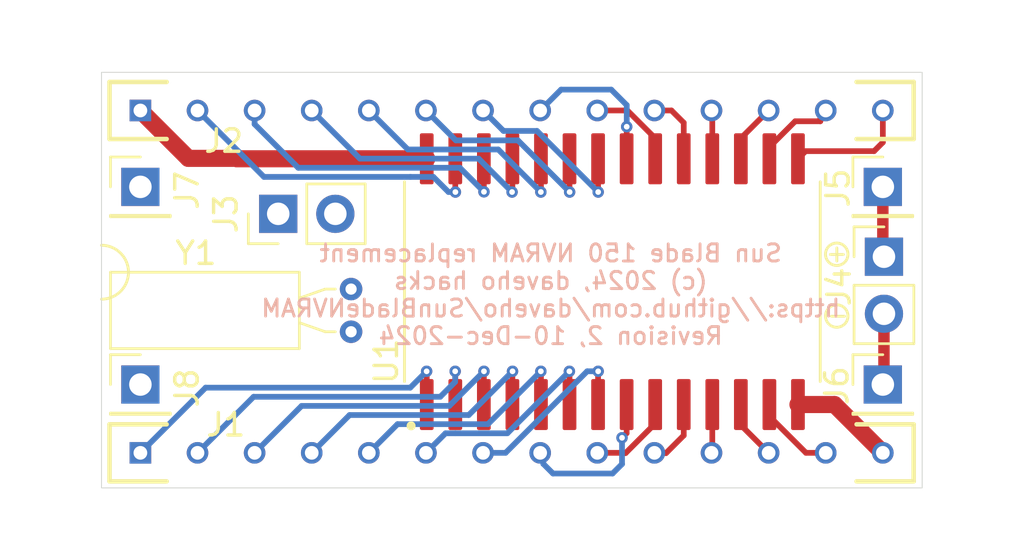
<source format=kicad_pcb>
(kicad_pcb (version 20240108) (generator "pcbnew") (generator_version "8.0")
  (title_block (rev "1"))
  (layers (0 "F.Cu" signal "Front") (31 "B.Cu" signal "Back") (34 "B.Paste" user) (35 "F.Paste" user) (36 "B.SilkS" user "B.Silkscreen") (37 "F.SilkS" user "F.Silkscreen") (38 "B.Mask" user) (39 "F.Mask" user) (44 "Edge.Cuts" user))
  (net 0 "")
  (net 1 "Net-(J1-Pin_10)")
  (net 2 "Net-(J1-Pin_9)")
  (net 3 "Net-(J1-Pin_11)")
  (net 4 "Net-(J1-Pin_14)")
  (net 5 "Net-(J1-Pin_13)")
  (net 6 "Net-(J1-Pin_12)")
  (net 7 "Net-(J1-Pin_8)")
  (net 8 "Net-(J2-Pin_4)")
  (net 9 "Net-(J2-Pin_10)")
  (net 10 "Net-(J2-Pin_11)")
  (net 11 "Net-(J2-Pin_12)")
  (net 12 "Net-(J2-Pin_5)")
  (net 13 "Net-(J2-Pin_9)")
  (net 14 "Net-(J2-Pin_14)")
  (net 15 "Net-(J2-Pin_13)")
  (net 16 "Net-(J2-Pin_8)")
  (net 17 "Net-(J3-Pin_1)")
  (net 18 "Net-(J3-Pin_2)")
  (net 19 "Net-(J4-Pin_2)")
  (net 20 "Net-(J4-Pin_1)")
  (net 23 "Net-(J1-Pin_6)")
  (net 24 "Net-(J2-Pin_7)")
  (net 25 "Net-(J1-Pin_5)")
  (net 26 "Net-(J2-Pin_3)")
  (net 27 "Net-(J2-Pin_6)")
  (net 28 "Net-(J2-Pin_1)")
  (net 29 "Net-(J1-Pin_2)")
  (net 30 "Net-(J1-Pin_4)")
  (net 31 "Net-(J1-Pin_1)")
  (net 32 "Net-(J1-Pin_7)")
  (net 33 "Net-(J1-Pin_3)")
  (net 34 "Net-(J2-Pin_2)")
  (footprint "Crystal:Crystal_C38-LF_D3.0mm_L8.0mm_Horizontal" (layer "F.Cu") (at 94.35 79.45 -90)
    (property "Reference" "Y1" (at -1.6 6.9 0) (layer "F.SilkS"))
    (property "Value" "32.768 kHz")
    (fp_line (start -0.75 10.7) (end 2.65 10.7) (stroke (width 0.12)) (layer "F.SilkS"))
    (fp_line (start 2.65 10.7) (end 2.65 2.3) (stroke (width 0.12)) (layer "F.SilkS"))
    (fp_line (start -0.75 2.3) (end -0.75 10.7) (stroke (width 0.12)) (layer "F.SilkS"))
    (fp_line (start 0.405 2.3) (end 0 1.15) (stroke (width 0.12)) (layer "F.SilkS"))
    (fp_line (start 1.495 2.3) (end 1.9 1.15) (stroke (width 0.12)) (layer "F.SilkS"))
    (fp_line (start 2.65 2.3) (end -0.75 2.3) (stroke (width 0.12)) (layer "F.SilkS"))
    (fp_line (start 0 1.15) (end 0 0.7) (stroke (width 0.12)) (layer "F.SilkS"))
    (fp_line (start 1.9 1.15) (end 1.9 0.7) (stroke (width 0.12)) (layer "F.SilkS"))
    (pad "1" thru_hole circle (at 0 0 270) (size 1 1) (drill 0.5) (layers "*.Cu" "*.Mask") (net 17 "Net-(J3-Pin_1)"))
    (pad "2" thru_hole circle (at 1.9 0 270) (size 1 1) (drill 0.5) (layers "*.Cu" "*.Mask") (net 18 "Net-(J3-Pin_2)"))
  )
  (footprint "Connector_PinHeader_2.54mm:PinHeader_1x01_P2.54mm_Vertical" (layer "F.Cu") (at 118 74.9)
    (property "Reference" "J5" (at -2 0.05 90) (layer "F.SilkS"))
    (property "Value" "Conn_01x01_Pin")
    (fp_line (start -1.33 -1.33) (end 0 -1.33) (stroke (width 0.12)) (layer "F.SilkS"))
    (fp_line (start -1.33 0) (end -1.33 -1.33) (stroke (width 0.12)) (layer "F.SilkS"))
    (fp_line (start -1.33 1.27) (end -1.33 1.33) (stroke (width 0.12)) (layer "F.SilkS"))
    (fp_line (start -1.33 1.27) (end 1.33 1.27) (stroke (width 0.12)) (layer "F.SilkS"))
    (fp_line (start -1.33 1.33) (end 1.33 1.33) (stroke (width 0.12)) (layer "F.SilkS"))
    (fp_line (start 1.33 1.27) (end 1.33 1.33) (stroke (width 0.12)) (layer "F.SilkS"))
    (pad "1" thru_hole rect (at 0 0) (size 1.7 1.7) (drill 1) (layers "*.Cu" "*.Mask") (net 20 "Net-(J4-Pin_1)"))
  )
  (footprint "Connector_PinHeader_2.54mm:PinHeader_1x01_P2.54mm_Vertical" (layer "F.Cu") (at 84.98 83.7)
    (property "Reference" "J8" (at 2.07 0.15 90) (layer "F.SilkS"))
    (property "Value" "Conn_01x01_Pin")
    (fp_line (start -1.33 -1.33) (end 0 -1.33) (stroke (width 0.12)) (layer "F.SilkS"))
    (fp_line (start -1.33 0) (end -1.33 -1.33) (stroke (width 0.12)) (layer "F.SilkS"))
    (fp_line (start -1.33 1.27) (end -1.33 1.33) (stroke (width 0.12)) (layer "F.SilkS"))
    (fp_line (start -1.33 1.27) (end 1.33 1.27) (stroke (width 0.12)) (layer "F.SilkS"))
    (fp_line (start -1.33 1.33) (end 1.33 1.33) (stroke (width 0.12)) (layer "F.SilkS"))
    (fp_line (start 1.33 1.27) (end 1.33 1.33) (stroke (width 0.12)) (layer "F.SilkS"))
    (pad "1" thru_hole rect (at 0 0) (size 1.7 1.7) (drill 1) (layers "*.Cu" "*.Mask"))
  )
  (footprint "Connector_PinHeader_2.54mm:PinHeader_1x02_P2.54mm_Vertical" (layer "F.Cu") (at 118.05 78.01)
    (property "Reference" "J4" (at -2 1.34 90) (layer "F.SilkS"))
    (property "Value" "Conn_01x02_Pin")
    (fp_line (start -1.33 -1.33) (end 0 -1.33) (stroke (width 0.12)) (layer "F.SilkS"))
    (fp_line (start -1.33 0) (end -1.33 -1.33) (stroke (width 0.12)) (layer "F.SilkS"))
    (fp_line (start -1.33 1.27) (end -1.33 3.87) (stroke (width 0.12)) (layer "F.SilkS"))
    (fp_line (start -1.33 1.27) (end 1.33 1.27) (stroke (width 0.12)) (layer "F.SilkS"))
    (fp_line (start -1.33 3.87) (end 1.33 3.87) (stroke (width 0.12)) (layer "F.SilkS"))
    (fp_line (start 1.33 1.27) (end 1.33 3.87) (stroke (width 0.12)) (layer "F.SilkS"))
    (pad "1" thru_hole rect (at 0 0) (size 1.7 1.7) (drill 1) (layers "*.Cu" "*.Mask") (net 20 "Net-(J4-Pin_1)"))
    (pad "2" thru_hole oval (at 0 2.54) (size 1.7 1.7) (drill 1) (layers "*.Cu" "*.Mask") (net 19 "Net-(J4-Pin_2)"))
  )
  (footprint "Connector_PinHeader_2.54mm:PinHeader_1x01_P2.54mm_Vertical" (layer "F.Cu") (at 84.98 74.9)
    (property "Reference" "J7" (at 2.07 0.15 90) (layer "F.SilkS"))
    (property "Value" "Conn_01x01_Pin")
    (fp_line (start -1.33 -1.33) (end 0 -1.33) (stroke (width 0.12)) (layer "F.SilkS"))
    (fp_line (start -1.33 0) (end -1.33 -1.33) (stroke (width 0.12)) (layer "F.SilkS"))
    (fp_line (start -1.33 1.27) (end -1.33 1.33) (stroke (width 0.12)) (layer "F.SilkS"))
    (fp_line (start -1.33 1.27) (end 1.33 1.27) (stroke (width 0.12)) (layer "F.SilkS"))
    (fp_line (start -1.33 1.33) (end 1.33 1.33) (stroke (width 0.12)) (layer "F.SilkS"))
    (fp_line (start 1.33 1.27) (end 1.33 1.33) (stroke (width 0.12)) (layer "F.SilkS"))
    (pad "1" thru_hole rect (at 0 0) (size 1.7 1.7) (drill 1) (layers "*.Cu" "*.Mask"))
  )
  (footprint "Connector_PinHeader_2.54mm:PinHeader_1x02_P2.54mm_Vertical" (layer "F.Cu") (at 91.11 76.1 90)
    (property "Reference" "J3" (at 0 -2.33 90) (layer "F.SilkS"))
    (property "Value" "Conn_01x02_Pin")
    (fp_line (start -1.33 -1.33) (end 0 -1.33) (stroke (width 0.12)) (layer "F.SilkS"))
    (fp_line (start -1.33 0) (end -1.33 -1.33) (stroke (width 0.12)) (layer "F.SilkS"))
    (fp_line (start 1.33 1.27) (end 1.33 3.87) (stroke (width 0.12)) (layer "F.SilkS"))
    (fp_line (start -1.33 1.27) (end 1.33 1.27) (stroke (width 0.12)) (layer "F.SilkS"))
    (fp_line (start -1.33 1.27) (end -1.33 3.87) (stroke (width 0.12)) (layer "F.SilkS"))
    (fp_line (start -1.33 3.87) (end 1.33 3.87) (stroke (width 0.12)) (layer "F.SilkS"))
    (pad "1" thru_hole rect (at 0 0 90) (size 1.7 1.7) (drill 1) (layers "*.Cu" "*.Mask") (net 17 "Net-(J3-Pin_1)"))
    (pad "2" thru_hole oval (at 0 2.54 90) (size 1.7 1.7) (drill 1) (layers "*.Cu" "*.Mask") (net 18 "Net-(J3-Pin_2)"))
  )
  (footprint "SunBladeNVRAM:SAMTEC_BBL-114-T-E" (layer "F.Cu") (at 84.98 86.74)
    (property "Reference" "J1" (at 3.8 -1.25 0) (layer "F.SilkS"))
    (property "Value" "Conn_01x14_Pin")
    (fp_line (start -1.372 -1.27) (end 1.168 -1.27) (stroke (width 0.2)) (layer "F.SilkS"))
    (fp_line (start -1.372 1.27) (end -1.372 -1.27) (stroke (width 0.2)) (layer "F.SilkS"))
    (fp_line (start -1.372 1.27) (end 1.168 1.27) (stroke (width 0.2)) (layer "F.SilkS"))
    (fp_line (start 34.392 -1.27) (end 31.852 -1.27) (stroke (width 0.2)) (layer "F.SilkS"))
    (fp_line (start 34.392 -1.27) (end 34.392 1.27) (stroke (width 0.2)) (layer "F.SilkS"))
    (fp_line (start 34.392 1.27) (end 31.852 1.27) (stroke (width 0.2)) (layer "F.SilkS"))
    (pad "1" thru_hole rect (at 0 0) (size 0.96 0.96) (drill 0.61) (layers "*.Cu" "*.Mask") (net 31 "Net-(J1-Pin_1)"))
    (pad "2" thru_hole circle (at 2.54 0) (size 0.96 0.96) (drill 0.61) (layers "*.Cu" "*.Mask") (net 29 "Net-(J1-Pin_2)"))
    (pad "3" thru_hole circle (at 5.08 0) (size 0.96 0.96) (drill 0.61) (layers "*.Cu" "*.Mask") (net 33 "Net-(J1-Pin_3)"))
    (pad "4" thru_hole circle (at 7.62 0) (size 0.96 0.96) (drill 0.61) (layers "*.Cu" "*.Mask") (net 30 "Net-(J1-Pin_4)"))
    (pad "5" thru_hole circle (at 10.16 0) (size 0.96 0.96) (drill 0.61) (layers "*.Cu" "*.Mask") (net 25 "Net-(J1-Pin_5)"))
    (pad "6" thru_hole circle (at 12.7 0) (size 0.96 0.96) (drill 0.61) (layers "*.Cu" "*.Mask") (net 23 "Net-(J1-Pin_6)"))
    (pad "7" thru_hole circle (at 15.24 0) (size 0.96 0.96) (drill 0.61) (layers "*.Cu" "*.Mask") (net 32 "Net-(J1-Pin_7)"))
    (pad "8" thru_hole circle (at 17.78 0) (size 0.96 0.96) (drill 0.61) (layers "*.Cu" "*.Mask") (net 7 "Net-(J1-Pin_8)"))
    (pad "9" thru_hole circle (at 20.32 0) (size 0.96 0.96) (drill 0.61) (layers "*.Cu" "*.Mask") (net 2 "Net-(J1-Pin_9)"))
    (pad "10" thru_hole circle (at 22.86 0) (size 0.96 0.96) (drill 0.61) (layers "*.Cu" "*.Mask") (net 1 "Net-(J1-Pin_10)"))
    (pad "11" thru_hole circle (at 25.4 0) (size 0.96 0.96) (drill 0.61) (layers "*.Cu" "*.Mask") (net 3 "Net-(J1-Pin_11)"))
    (pad "12" thru_hole circle (at 27.94 0) (size 0.96 0.96) (drill 0.61) (layers "*.Cu" "*.Mask") (net 6 "Net-(J1-Pin_12)"))
    (pad "13" thru_hole circle (at 30.48 0) (size 0.96 0.96) (drill 0.61) (layers "*.Cu" "*.Mask") (net 5 "Net-(J1-Pin_13)"))
    (pad "14" thru_hole circle (at 33.02 0) (size 0.96 0.96) (drill 0.61) (layers "*.Cu" "*.Mask") (net 4 "Net-(J1-Pin_14)"))
  )
  (footprint "SunBladeNVRAM:M48T59Y-MH" (layer "F.Cu") (at 105.97 79.12 90)
    (property "Reference" "U1" (at -3.54 -10.057 90) (layer "F.SilkS"))
    (property "Value" "M48T59Y-70MH1")
    (fp_line (start -4.445 -9.245) (end 4.445 -9.245) (stroke (width 0.127)) (layer "F.SilkS"))
    (fp_line (start -4.445 9.245) (end 4.445 9.245) (stroke (width 0.127)) (layer "F.SilkS"))
    (fp_circle (center -6.42 -8.95) (end -6.32 -8.95) (stroke (width 0.2)) (fill none) (layer "F.SilkS"))
    (pad "1" smd roundrect (at -5.47 -8.255 90) (size 2.27 0.61) (layers "F.Cu" "F.Paste" "F.Mask") (roundrect_rratio 0.125) (net 31 "Net-(J1-Pin_1)"))
    (pad "2" smd roundrect (at -5.47 -6.985 90) (size 2.27 0.61) (layers "F.Cu" "F.Paste" "F.Mask") (roundrect_rratio 0.125) (net 29 "Net-(J1-Pin_2)"))
    (pad "3" smd roundrect (at -5.47 -5.715 90) (size 2.27 0.61) (layers "F.Cu" "F.Paste" "F.Mask") (roundrect_rratio 0.125) (net 33 "Net-(J1-Pin_3)"))
    (pad "4" smd roundrect (at -5.47 -4.445 90) (size 2.27 0.61) (layers "F.Cu" "F.Paste" "F.Mask") (roundrect_rratio 0.125) (net 30 "Net-(J1-Pin_4)"))
    (pad "5" smd roundrect (at -5.47 -3.175 90) (size 2.27 0.61) (layers "F.Cu" "F.Paste" "F.Mask") (roundrect_rratio 0.125) (net 25 "Net-(J1-Pin_5)"))
    (pad "6" smd roundrect (at -5.47 -1.905 90) (size 2.27 0.61) (layers "F.Cu" "F.Paste" "F.Mask") (roundrect_rratio 0.125) (net 23 "Net-(J1-Pin_6)"))
    (pad "7" smd roundrect (at -5.47 -0.635 90) (size 2.27 0.61) (layers "F.Cu" "F.Paste" "F.Mask") (roundrect_rratio 0.125) (net 32 "Net-(J1-Pin_7)"))
    (pad "8" smd roundrect (at -5.47 0.635 90) (size 2.27 0.61) (layers "F.Cu" "F.Paste" "F.Mask") (roundrect_rratio 0.125) (net 7 "Net-(J1-Pin_8)"))
    (pad "9" smd roundrect (at -5.47 1.905 90) (size 2.27 0.61) (layers "F.Cu" "F.Paste" "F.Mask") (roundrect_rratio 0.125) (net 2 "Net-(J1-Pin_9)"))
    (pad "10" smd roundrect (at -5.47 3.175 90) (size 2.27 0.61) (layers "F.Cu" "F.Paste" "F.Mask") (roundrect_rratio 0.125) (net 1 "Net-(J1-Pin_10)"))
    (pad "11" smd roundrect (at -5.47 4.445 90) (size 2.27 0.61) (layers "F.Cu" "F.Paste" "F.Mask") (roundrect_rratio 0.125) (net 3 "Net-(J1-Pin_11)"))
    (pad "12" smd roundrect (at -5.47 5.715 90) (size 2.27 0.61) (layers "F.Cu" "F.Paste" "F.Mask") (roundrect_rratio 0.125) (net 6 "Net-(J1-Pin_12)"))
    (pad "13" smd roundrect (at -5.47 6.985 90) (size 2.27 0.61) (layers "F.Cu" "F.Paste" "F.Mask") (roundrect_rratio 0.125) (net 5 "Net-(J1-Pin_13)"))
    (pad "14" smd roundrect (at -5.47 8.255 90) (size 2.27 0.61) (layers "F.Cu" "F.Paste" "F.Mask") (roundrect_rratio 0.125) (net 4 "Net-(J1-Pin_14)"))
    (pad "15" smd roundrect (at 5.47 8.255 90) (size 2.27 0.61) (layers "F.Cu" "F.Paste" "F.Mask") (roundrect_rratio 0.125) (net 14 "Net-(J2-Pin_14)"))
    (pad "16" smd roundrect (at 5.47 6.985 90) (size 2.27 0.61) (layers "F.Cu" "F.Paste" "F.Mask") (roundrect_rratio 0.125) (net 15 "Net-(J2-Pin_13)"))
    (pad "17" smd roundrect (at 5.47 5.715 90) (size 2.27 0.61) (layers "F.Cu" "F.Paste" "F.Mask") (roundrect_rratio 0.125) (net 11 "Net-(J2-Pin_12)"))
    (pad "18" smd roundrect (at 5.47 4.445 90) (size 2.27 0.61) (layers "F.Cu" "F.Paste" "F.Mask") (roundrect_rratio 0.125) (net 10 "Net-(J2-Pin_11)"))
    (pad "19" smd roundrect (at 5.47 3.175 90) (size 2.27 0.61) (layers "F.Cu" "F.Paste" "F.Mask") (roundrect_rratio 0.125) (net 9 "Net-(J2-Pin_10)"))
    (pad "20" smd roundrect (at 5.47 1.905 90) (size 2.27 0.61) (layers "F.Cu" "F.Paste" "F.Mask") (roundrect_rratio 0.125) (net 13 "Net-(J2-Pin_9)"))
    (pad "21" smd roundrect (at 5.47 0.635 90) (size 2.27 0.61) (layers "F.Cu" "F.Paste" "F.Mask") (roundrect_rratio 0.125) (net 16 "Net-(J2-Pin_8)"))
    (pad "22" smd roundrect (at 5.47 -0.635 90) (size 2.27 0.61) (layers "F.Cu" "F.Paste" "F.Mask") (roundrect_rratio 0.125) (net 24 "Net-(J2-Pin_7)"))
    (pad "23" smd roundrect (at 5.47 -1.905 90) (size 2.27 0.61) (layers "F.Cu" "F.Paste" "F.Mask") (roundrect_rratio 0.125) (net 27 "Net-(J2-Pin_6)"))
    (pad "24" smd roundrect (at 5.47 -3.175 90) (size 2.27 0.61) (layers "F.Cu" "F.Paste" "F.Mask") (roundrect_rratio 0.125) (net 12 "Net-(J2-Pin_5)"))
    (pad "25" smd roundrect (at 5.47 -4.445 90) (size 2.27 0.61) (layers "F.Cu" "F.Paste" "F.Mask") (roundrect_rratio 0.125) (net 8 "Net-(J2-Pin_4)"))
    (pad "26" smd roundrect (at 5.47 -5.715 90) (size 2.27 0.61) (layers "F.Cu" "F.Paste" "F.Mask") (roundrect_rratio 0.125) (net 26 "Net-(J2-Pin_3)"))
    (pad "27" smd roundrect (at 5.47 -6.985 90) (size 2.27 0.61) (layers "F.Cu" "F.Paste" "F.Mask") (roundrect_rratio 0.125) (net 34 "Net-(J2-Pin_2)"))
    (pad "28" smd roundrect (at 5.47 -8.255 90) (size 2.27 0.61) (layers "F.Cu" "F.Paste" "F.Mask") (roundrect_rratio 0.125) (net 28 "Net-(J2-Pin_1)"))
  )
  (footprint "SunBladeNVRAM:SAMTEC_BBL-114-T-E" (layer "F.Cu") (at 84.98 71.5)
    (property "Reference" "J2" (at 3.71 1.36 0) (layer "F.SilkS"))
    (property "Value" "Conn_01x14_Pin")
    (fp_line (start -1.372 -1.27) (end 1.168 -1.27) (stroke (width 0.2)) (layer "F.SilkS"))
    (fp_line (start -1.372 1.27) (end -1.372 -1.27) (stroke (width 0.2)) (layer "F.SilkS"))
    (fp_line (start -1.372 1.27) (end 1.168 1.27) (stroke (width 0.2)) (layer "F.SilkS"))
    (fp_line (start 34.392 -1.27) (end 31.852 -1.27) (stroke (width 0.2)) (layer "F.SilkS"))
    (fp_line (start 34.392 -1.27) (end 34.392 1.27) (stroke (width 0.2)) (layer "F.SilkS"))
    (fp_line (start 34.392 1.27) (end 31.852 1.27) (stroke (width 0.2)) (layer "F.SilkS"))
    (pad "1" thru_hole rect (at 0 0) (size 0.96 0.96) (drill 0.61) (layers "*.Cu" "*.Mask") (net 28 "Net-(J2-Pin_1)"))
    (pad "2" thru_hole circle (at 2.54 0) (size 0.96 0.96) (drill 0.61) (layers "*.Cu" "*.Mask") (net 34 "Net-(J2-Pin_2)"))
    (pad "3" thru_hole circle (at 5.08 0) (size 0.96 0.96) (drill 0.61) (layers "*.Cu" "*.Mask") (net 26 "Net-(J2-Pin_3)"))
    (pad "4" thru_hole circle (at 7.62 0) (size 0.96 0.96) (drill 0.61) (layers "*.Cu" "*.Mask") (net 8 "Net-(J2-Pin_4)"))
    (pad "5" thru_hole circle (at 10.16 0) (size 0.96 0.96) (drill 0.61) (layers "*.Cu" "*.Mask") (net 12 "Net-(J2-Pin_5)"))
    (pad "6" thru_hole circle (at 12.7 0) (size 0.96 0.96) (drill 0.61) (layers "*.Cu" "*.Mask") (net 27 "Net-(J2-Pin_6)"))
    (pad "7" thru_hole circle (at 15.24 0) (size 0.96 0.96) (drill 0.61) (layers "*.Cu" "*.Mask") (net 24 "Net-(J2-Pin_7)"))
    (pad "8" thru_hole circle (at 17.78 0) (size 0.96 0.96) (drill 0.61) (layers "*.Cu" "*.Mask") (net 16 "Net-(J2-Pin_8)"))
    (pad "9" thru_hole circle (at 20.32 0) (size 0.96 0.96) (drill 0.61) (layers "*.Cu" "*.Mask") (net 13 "Net-(J2-Pin_9)"))
    (pad "10" thru_hole circle (at 22.86 0) (size 0.96 0.96) (drill 0.61) (layers "*.Cu" "*.Mask") (net 9 "Net-(J2-Pin_10)"))
    (pad "11" thru_hole circle (at 25.4 0) (size 0.96 0.96) (drill 0.61) (layers "*.Cu" "*.Mask") (net 10 "Net-(J2-Pin_11)"))
    (pad "12" thru_hole circle (at 27.94 0) (size 0.96 0.96) (drill 0.61) (layers "*.Cu" "*.Mask") (net 11 "Net-(J2-Pin_12)"))
    (pad "13" thru_hole circle (at 30.48 0) (size 0.96 0.96) (drill 0.61) (layers "*.Cu" "*.Mask") (net 15 "Net-(J2-Pin_13)"))
    (pad "14" thru_hole circle (at 33.02 0) (size 0.96 0.96) (drill 0.61) (layers "*.Cu" "*.Mask") (net 14 "Net-(J2-Pin_14)"))
  )
  (footprint "Connector_PinHeader_2.54mm:PinHeader_1x01_P2.54mm_Vertical" (layer "F.Cu") (at 118 83.7)
    (property "Reference" "J6" (at -2.05 0.05 90) (layer "F.SilkS"))
    (property "Value" "Conn_01x01_Pin")
    (fp_line (start -1.33 -1.33) (end 0 -1.33) (stroke (width 0.12)) (layer "F.SilkS"))
    (fp_line (start -1.33 0) (end -1.33 -1.33) (stroke (width 0.12)) (layer "F.SilkS"))
    (fp_line (start -1.33 1.27) (end -1.33 1.33) (stroke (width 0.12)) (layer "F.SilkS"))
    (fp_line (start -1.33 1.27) (end 1.33 1.27) (stroke (width 0.12)) (layer "F.SilkS"))
    (fp_line (start -1.33 1.33) (end 1.33 1.33) (stroke (width 0.12)) (layer "F.SilkS"))
    (fp_line (start 1.33 1.27) (end 1.33 1.33) (stroke (width 0.12)) (layer "F.SilkS"))
    (pad "1" thru_hole rect (at 0 0) (size 1.7 1.7) (drill 1) (layers "*.Cu" "*.Mask") (net 19 "Net-(J4-Pin_2)"))
  )
  (gr_circle (center 115.95 77.9) (end 116.35 78.2) (stroke (width 0.127)) (fill none) (layer "F.SilkS"))
  (gr_arc (start 83.25 77.5) (mid 84.45 78.7) (end 83.25 79.9) (stroke (width 0.127)) (layer "F.SilkS"))
  (gr_circle (center 115.95 80.65) (end 116.35 80.95) (stroke (width 0.127)) (fill none) (layer "F.SilkS"))
  (gr_rect (start 83.25 69.8) (end 119.75 88.3) (stroke (width 0.0381)) (fill none) (layer "Edge.Cuts"))
  (gr_text "Sun Blade 150 NVRAM replacement\n(c) 2024, daveho hacks\nhttps://github.com/daveho/SunBladeNVRAM\nRevision 2, 10-Dec-2024" (at 103.23 81.98 0) (layer "B.SilkS") (effects (font (size 0.762 0.762) (thickness 0.127) (bold yes)) (justify bottom mirror)))
  (gr_text "-" (at 115.45 81.05 0) (layer "F.SilkS") (effects (font (size 0.762 0.762) (thickness 0.127) (bold yes)) (justify left bottom)))
  (gr_text "+" (at 115.4 78.3 0) (layer "F.SilkS") (effects (font (size 0.762 0.762) (thickness 0.127) (bold yes)) (justify left bottom)))
  (segment (start 109.145 84.59) (end 109.145 85.965) (width 0.254) (layer "F.Cu") (net 1))
  (segment (start 108.36 86.75) (end 108.35 86.74) (width 0.254) (layer "F.Cu") (net 1))
  (segment (start 109.145 85.965) (end 108.36 86.75) (width 0.254) (layer "F.Cu") (net 1))
  (segment (start 108.35 86.74) (end 107.84 86.74) (width 0.254) (layer "F.Cu") (net 1))
  (segment (start 107.875 84.59) (end 107.875 85.435) (width 0.254) (layer "F.Cu") (net 2))
  (segment (start 106.55 86.74) (end 105.3 86.74) (width 0.254) (layer "F.Cu") (net 2))
  (segment (start 107.875 85.435) (end 106.56 86.75) (width 0.254) (layer "F.Cu") (net 2))
  (segment (start 106.56 86.75) (end 106.55 86.74) (width 0.254) (layer "F.Cu") (net 2))
  (segment (start 110.415 84.59) (end 110.415 86.705) (width 0.254) (layer "F.Cu") (net 3))
  (segment (start 110.415 86.705) (end 110.38 86.74) (width 0.254) (layer "F.Cu") (net 3))
  (segment (start 114.225 84.59) (end 115.85 84.59) (width 0.762) (layer "F.Cu") (net 4))
  (segment (start 115.85 84.59) (end 118 86.74) (width 0.762) (layer "F.Cu") (net 4))
  (segment (start 114.582422 86.74) (end 115.46 86.74) (width 0.254) (layer "F.Cu") (net 5))
  (segment (start 112.955 84.59) (end 112.955 85.112578) (width 0.254) (layer "F.Cu") (net 5))
  (segment (start 112.955 85.112578) (end 114.582422 86.74) (width 0.254) (layer "F.Cu") (net 5))
  (segment (start 111.685 85.505) (end 112.92 86.74) (width 0.254) (layer "F.Cu") (net 6))
  (segment (start 111.685 84.59) (end 111.685 85.505) (width 0.254) (layer "F.Cu") (net 6))
  (segment (start 106.605 84.59) (end 106.605 85.865) (width 0.254) (layer "F.Cu") (net 7))
  (segment (start 106.605 85.865) (end 106.4 86.07) (width 0.254) (layer "F.Cu") (net 7))
  (via (at 106.4 86.07) (size 0.508) (drill 0.254) (layers "F.Cu" "B.Cu") (net 7))
  (segment (start 105.98 87.66) (end 103.33 87.66) (width 0.254) (layer "B.Cu") (net 7))
  (segment (start 103.33 87.66) (end 102.9 87.23) (width 0.254) (layer "B.Cu") (net 7))
  (segment (start 106.4 87.24) (end 105.98 87.66) (width 0.254) (layer "B.Cu") (net 7))
  (segment (start 102.9 87.23) (end 102.9 86.88) (width 0.254) (layer "B.Cu") (net 7))
  (segment (start 102.9 86.88) (end 102.76 86.74) (width 0.254) (layer "B.Cu") (net 7))
  (segment (start 106.4 86.07) (end 106.4 87.24) (width 0.254) (layer "B.Cu") (net 7))
  (segment (start 101.525 73.65) (end 101.525 75.115) (width 0.254) (layer "F.Cu") (net 8))
  (segment (start 101.525 75.115) (end 101.51 75.13) (width 0.254) (layer "F.Cu") (net 8))
  (segment (start 101.4948 73.6198) (end 101.525 73.65) (width 0.254) (layer "F.Cu") (net 8))
  (via (at 101.51 75.13) (size 0.508) (drill 0.254) (layers "F.Cu" "B.Cu") (net 8))
  (segment (start 101.51 75.13) (end 100.0228 73.6428) (width 0.254) (layer "B.Cu") (net 8))
  (segment (start 100.0228 73.6428) (end 94.7428 73.6428) (width 0.254) (layer "B.Cu") (net 8))
  (segment (start 94.7428 73.6428) (end 92.6 71.5) (width 0.254) (layer "B.Cu") (net 8))
  (segment (start 108.6 71.5) (end 107.84 71.5) (width 0.254) (layer "F.Cu") (net 9))
  (segment (start 109.145 72.045) (end 108.6 71.5) (width 0.254) (layer "F.Cu") (net 9))
  (segment (start 109.145 73.65) (end 109.145 72.045) (width 0.254) (layer "F.Cu") (net 9))
  (segment (start 110.415 73.65) (end 110.415 71.535) (width 0.254) (layer "F.Cu") (net 10))
  (segment (start 110.415 71.535) (end 110.38 71.5) (width 0.254) (layer "F.Cu") (net 10))
  (segment (start 111.685 73.65) (end 111.685 72.735) (width 0.254) (layer "F.Cu") (net 11))
  (segment (start 111.685 72.735) (end 112.92 71.5) (width 0.254) (layer "F.Cu") (net 11))
  (segment (start 102.795 75.125) (end 102.79 75.13) (width 0.254) (layer "F.Cu") (net 12))
  (segment (start 102.795 73.65) (end 102.795 75.125) (width 0.254) (layer "F.Cu") (net 12))
  (via (at 102.79 75.13) (size 0.508) (drill 0.254) (layers "F.Cu" "B.Cu") (net 12))
  (segment (start 96.8764 73.2364) (end 95.14 71.5) (width 0.254) (layer "B.Cu") (net 12))
  (segment (start 100.8964 73.2364) (end 96.8764 73.2364) (width 0.254) (layer "B.Cu") (net 12))
  (segment (start 102.79 75.13) (end 100.8964 73.2364) (width 0.254) (layer "B.Cu") (net 12))
  (segment (start 106.63 71.49) (end 106.62 71.5) (width 0.254) (layer "F.Cu") (net 13))
  (segment (start 107.875 73.65) (end 107.875 72.735) (width 0.254) (layer "F.Cu") (net 13))
  (segment (start 106.62 71.5) (end 105.3 71.5) (width 0.254) (layer "F.Cu") (net 13))
  (segment (start 107.875 72.735) (end 106.63 71.49) (width 0.254) (layer "F.Cu") (net 13))
  (segment (start 114.565 73.31) (end 114.225 73.65) (width 0.254) (layer "F.Cu") (net 14))
  (segment (start 118 72.92) (end 117.61 73.31) (width 0.254) (layer "F.Cu") (net 14))
  (segment (start 118 71.5) (end 118 72.92) (width 0.254) (layer "F.Cu") (net 14))
  (segment (start 117.61 73.31) (end 114.565 73.31) (width 0.254) (layer "F.Cu") (net 14))
  (segment (start 112.955 73.127422) (end 114.102422 71.98) (width 0.254) (layer "F.Cu") (net 15))
  (segment (start 112.955 73.65) (end 112.955 73.127422) (width 0.254) (layer "F.Cu") (net 15))
  (segment (start 115.22 71.98) (end 115.22 71.74) (width 0.254) (layer "F.Cu") (net 15))
  (segment (start 115.22 71.74) (end 115.46 71.5) (width 0.254) (layer "F.Cu") (net 15))
  (segment (start 114.102422 71.98) (end 115.22 71.98) (width 0.254) (layer "F.Cu") (net 15))
  (segment (start 106.607829 73.647171) (end 106.605 73.65) (width 0.254) (layer "F.Cu") (net 16))
  (segment (start 106.607829 72.222171) (end 106.607829 73.647171) (width 0.254) (layer "F.Cu") (net 16))
  (via (at 106.607829 72.222171) (size 0.508) (drill 0.254) (layers "F.Cu" "B.Cu") (net 16))
  (segment (start 105.92 70.57) (end 106.61 71.26) (width 0.254) (layer "B.Cu") (net 16))
  (segment (start 103.69 70.57) (end 105.92 70.57) (width 0.254) (layer "B.Cu") (net 16))
  (segment (start 106.61 71.26) (end 106.61 72.22) (width 0.254) (layer "B.Cu") (net 16))
  (segment (start 102.76 71.5) (end 103.69 70.57) (width 0.254) (layer "B.Cu") (net 16))
  (segment (start 106.61 72.22) (end 106.607829 72.222171) (width 0.254) (layer "B.Cu") (net 16))
  (segment (start 91.11 76.21) (end 91.11 76.1) (width 0.254) (layer "F.Cu") (net 17))
  (segment (start 118.05 83.7) (end 118.05 80.55) (width 0.508) (layer "F.Cu") (net 19))
  (segment (start 118 77.96) (end 118.05 78.01) (width 0.508) (layer "F.Cu") (net 20))
  (segment (start 118 74.9) (end 118 77.96) (width 0.508) (layer "F.Cu") (net 20))
  (segment (start 104.065 83.115) (end 104.06 83.11) (width 0.254) (layer "F.Cu") (net 23))
  (segment (start 104.065 84.59) (end 104.065 83.115) (width 0.254) (layer "F.Cu") (net 23))
  (via (at 104.06 83.11) (size 0.508) (drill 0.254) (layers "F.Cu" "B.Cu") (net 23))
  (segment (start 101.3 85.87) (end 98.99 85.87) (width 0.254) (layer "B.Cu") (net 23))
  (segment (start 98.55 85.87) (end 98.99 85.87) (width 0.254) (layer "B.Cu") (net 23))
  (segment (start 104.06 83.11) (end 101.3 85.87) (width 0.254) (layer "B.Cu") (net 23))
  (segment (start 97.68 86.74) (end 98.55 85.87) (width 0.254) (layer "B.Cu") (net 23))
  (segment (start 105.310188 73.625188) (end 105.335 73.65) (width 0.254) (layer "F.Cu") (net 24))
  (segment (start 105.335 75.125) (end 105.34 75.13) (width 0.254) (layer "F.Cu") (net 24))
  (segment (start 105.335 73.65) (end 105.335 75.125) (width 0.254) (layer "F.Cu") (net 24))
  (via (at 105.34 75.13) (size 0.508) (drill 0.254) (layers "F.Cu" "B.Cu") (net 24))
  (segment (start 102.62 72.41) (end 105.34 75.13) (width 0.254) (layer "B.Cu") (net 24))
  (segment (start 100.22 71.5) (end 101.13 72.41) (width 0.254) (layer "B.Cu") (net 24))
  (segment (start 101.13 72.41) (end 102.62 72.41) (width 0.254) (layer "B.Cu") (net 24))
  (segment (start 102.795 84.59) (end 102.795 83.115) (width 0.254) (layer "F.Cu") (net 25))
  (segment (start 102.795 83.115) (end 102.79 83.11) (width 0.254) (layer "F.Cu") (net 25))
  (via (at 102.79 83.11) (size 0.508) (drill 0.254) (layers "F.Cu" "B.Cu") (net 25))
  (segment (start 102.79 83.11) (end 100.4364 85.4636) (width 0.254) (layer "B.Cu") (net 25))
  (segment (start 96.4164 85.4636) (end 95.14 86.74) (width 0.254) (layer "B.Cu") (net 25))
  (segment (start 100.4364 85.4636) (end 96.4164 85.4636) (width 0.254) (layer "B.Cu") (net 25))
  (segment (start 100.255 75.115) (end 100.26 75.12) (width 0.254) (layer "F.Cu") (net 26))
  (segment (start 100.255 73.65) (end 100.255 75.115) (width 0.254) (layer "F.Cu") (net 26))
  (via (at 100.26 75.12) (size 0.508) (drill 0.254) (layers "F.Cu" "B.Cu") (net 26))
  (segment (start 92 74.05) (end 90.06 72.11) (width 0.254) (layer "B.Cu") (net 26))
  (segment (start 99.19 74.05) (end 92 74.05) (width 0.254) (layer "B.Cu") (net 26))
  (segment (start 100.26 75.12) (end 99.19 74.05) (width 0.254) (layer "B.Cu") (net 26))
  (segment (start 90.06 72.11) (end 90.06 71.5) (width 0.254) (layer "B.Cu") (net 26))
  (segment (start 104.065 73.65) (end 104.065 75.125) (width 0.254) (layer "F.Cu") (net 27))
  (segment (start 104.065 75.125) (end 104.07 75.13) (width 0.254) (layer "F.Cu") (net 27))
  (via (at 104.07 75.13) (size 0.508) (drill 0.254) (layers "F.Cu" "B.Cu") (net 27))
  (segment (start 101.77 72.83) (end 99.01 72.83) (width 0.254) (layer "B.Cu") (net 27))
  (segment (start 104.07 75.13) (end 101.77 72.83) (width 0.254) (layer "B.Cu") (net 27))
  (segment (start 99.01 72.83) (end 97.68 71.5) (width 0.254) (layer "B.Cu") (net 27))
  (segment (start 89.29 73.65) (end 97.715 73.65) (width 0.762) (layer "F.Cu") (net 28))
  (segment (start 89.27 73.63) (end 89.29 73.65) (width 0.762) (layer "F.Cu") (net 28))
  (segment (start 87.11 73.63) (end 89.27 73.63) (width 0.762) (layer "F.Cu") (net 28))
  (segment (start 84.98 71.5) (end 87.11 73.63) (width 0.762) (layer "F.Cu") (net 28))
  (segment (start 98.985 84.59) (end 98.985 83.115) (width 0.254) (layer "F.Cu") (net 29))
  (segment (start 98.985 83.115) (end 98.98 83.11) (width 0.254) (layer "F.Cu") (net 29))
  (via (at 98.98 83.11) (size 0.508) (drill 0.254) (layers "F.Cu" "B.Cu") (net 29))
  (segment (start 98.3156 84.2444) (end 90.0156 84.2444) (width 0.254) (layer "B.Cu") (net 29))
  (segment (start 98.98 83.58) (end 98.3156 84.2444) (width 0.254) (layer "B.Cu") (net 29))
  (segment (start 98.98 83.11) (end 98.98 83.58) (width 0.254) (layer "B.Cu") (net 29))
  (segment (start 90.0156 84.2444) (end 87.52 86.74) (width 0.254) (layer "B.Cu") (net 29))
  (segment (start 101.525 84.59) (end 101.525 83.115) (width 0.254) (layer "F.Cu") (net 30))
  (segment (start 101.525 83.115) (end 101.53 83.11) (width 0.254) (layer "F.Cu") (net 30))
  (via (at 101.53 83.11) (size 0.508) (drill 0.254) (layers "F.Cu" "B.Cu") (net 30))
  (segment (start 99.5828 85.0572) (end 94.2828 85.0572) (width 0.254) (layer "B.Cu") (net 30))
  (segment (start 94.2828 85.0572) (end 92.6 86.74) (width 0.254) (layer "B.Cu") (net 30))
  (segment (start 101.53 83.11) (end 99.5828 85.0572) (width 0.254) (layer "B.Cu") (net 30))
  (segment (start 97.715 84.59) (end 97.715 83.115) (width 0.254) (layer "F.Cu") (net 31))
  (segment (start 97.715 83.115) (end 97.71 83.11) (width 0.254) (layer "F.Cu") (net 31))
  (via (at 97.71 83.11) (size 0.508) (drill 0.254) (layers "F.Cu" "B.Cu") (net 31))
  (segment (start 87.882 83.838) (end 84.98 86.74) (width 0.254) (layer "B.Cu") (net 31))
  (segment (start 97.71 83.11) (end 96.982 83.838) (width 0.254) (layer "B.Cu") (net 31))
  (segment (start 96.982 83.838) (end 87.882 83.838) (width 0.254) (layer "B.Cu") (net 31))
  (segment (start 105.335 83.115) (end 105.34 83.11) (width 0.254) (layer "F.Cu") (net 32))
  (segment (start 105.335 84.59) (end 105.335 83.115) (width 0.254) (layer "F.Cu") (net 32))
  (via (at 105.34 83.11) (size 0.508) (drill 0.254) (layers "F.Cu" "B.Cu") (net 32))
  (segment (start 104.85 83.11) (end 101.22 86.74) (width 0.254) (layer "B.Cu") (net 32))
  (segment (start 105.34 83.11) (end 104.85 83.11) (width 0.254) (layer "B.Cu") (net 32))
  (segment (start 101.22 86.74) (end 100.22 86.74) (width 0.254) (layer "B.Cu") (net 32))
  (segment (start 100.255 83.115) (end 100.26 83.11) (width 0.254) (layer "F.Cu") (net 33))
  (segment (start 100.255 84.59) (end 100.255 83.115) (width 0.254) (layer "F.Cu") (net 33))
  (via (at 100.26 83.11) (size 0.508) (drill 0.254) (layers "F.Cu" "B.Cu") (net 33))
  (segment (start 98.7192 84.6508) (end 92.1492 84.6508) (width 0.254) (layer "B.Cu") (net 33))
  (segment (start 92.1492 84.6508) (end 90.06 86.74) (width 0.254) (layer "B.Cu") (net 33))
  (segment (start 100.26 83.11) (end 98.7192 84.6508) (width 0.254) (layer "B.Cu") (net 33))
  (segment (start 98.985 73.65) (end 98.985 75.125) (width 0.254) (layer "F.Cu") (net 34))
  (segment (start 98.985 75.125) (end 98.99 75.13) (width 0.254) (layer "F.Cu") (net 34))
  (via (at 98.99 75.13) (size 0.508) (drill 0.254) (layers "F.Cu" "B.Cu") (net 34))
  (segment (start 98.01 74.4564) (end 98.6836 75.13) (width 0.254) (layer "B.Cu") (net 34))
  (segment (start 96.99 74.4564) (end 90.4764 74.4564) (width 0.254) (layer "B.Cu") (net 34))
  (segment (start 90.4764 74.4564) (end 87.52 71.5) (width 0.254) (layer "B.Cu") (net 34))
  (segment (start 98.6836 75.13) (end 98.99 75.13) (width 0.254) (layer "B.Cu") (net 34))
  (segment (start 96.99 74.4564) (end 98.01 74.4564) (width 0.254) (layer "B.Cu") (net 34))
)
</source>
